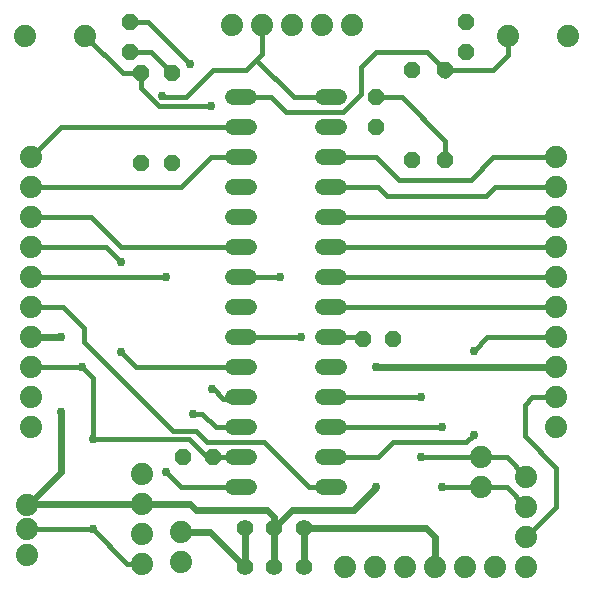
<source format=gbr>
G04 EAGLE Gerber RS-274X export*
G75*
%MOMM*%
%FSLAX34Y34*%
%LPD*%
%INTop Copper*%
%IPPOS*%
%AMOC8*
5,1,8,0,0,1.08239X$1,22.5*%
G01*
%ADD10P,1.429621X8X292.500000*%
%ADD11P,1.429621X8X22.500000*%
%ADD12P,1.429621X8X202.500000*%
%ADD13P,1.429621X8X112.500000*%
%ADD14C,1.320800*%
%ADD15C,1.879600*%
%ADD16C,1.408000*%
%ADD17C,0.609600*%
%ADD18C,0.406400*%
%ADD19C,0.756400*%


D10*
X317500Y419100D03*
X317500Y393700D03*
D11*
X306070Y214630D03*
X331470Y214630D03*
D12*
X179070Y114300D03*
X153670Y114300D03*
D10*
X393700Y482600D03*
X393700Y457200D03*
X109220Y482600D03*
X109220Y457200D03*
D13*
X347980Y365760D03*
X347980Y441960D03*
X144780Y363220D03*
X144780Y439420D03*
D10*
X375920Y441960D03*
X375920Y365760D03*
X118110Y439420D03*
X118110Y363220D03*
D14*
X196596Y419100D02*
X209804Y419100D01*
X209804Y393700D02*
X196596Y393700D01*
X196596Y368300D02*
X209804Y368300D01*
X209804Y342900D02*
X196596Y342900D01*
X196596Y317500D02*
X209804Y317500D01*
X209804Y292100D02*
X196596Y292100D01*
X196596Y266700D02*
X209804Y266700D01*
X209804Y241300D02*
X196596Y241300D01*
X196596Y215900D02*
X209804Y215900D01*
X209804Y190500D02*
X196596Y190500D01*
X196596Y165100D02*
X209804Y165100D01*
X209804Y139700D02*
X196596Y139700D01*
X196596Y114300D02*
X209804Y114300D01*
X209804Y88900D02*
X196596Y88900D01*
X272796Y88900D02*
X286004Y88900D01*
X286004Y114300D02*
X272796Y114300D01*
X272796Y139700D02*
X286004Y139700D01*
X286004Y165100D02*
X272796Y165100D01*
X272796Y190500D02*
X286004Y190500D01*
X286004Y215900D02*
X272796Y215900D01*
X272796Y241300D02*
X286004Y241300D01*
X286004Y266700D02*
X272796Y266700D01*
X272796Y292100D02*
X286004Y292100D01*
X286004Y317500D02*
X272796Y317500D01*
X272796Y342900D02*
X286004Y342900D01*
X286004Y368300D02*
X272796Y368300D01*
X272796Y393700D02*
X286004Y393700D01*
X286004Y419100D02*
X272796Y419100D01*
D15*
X406400Y114300D03*
X406400Y88900D03*
X469900Y368300D03*
X469900Y342900D03*
X469900Y317500D03*
X469900Y292100D03*
X469900Y266700D03*
X469900Y241300D03*
X469900Y215900D03*
X469900Y190500D03*
X469900Y165100D03*
X469900Y139700D03*
X25400Y241300D03*
X25400Y215900D03*
X25400Y190500D03*
X25400Y165100D03*
X25400Y139700D03*
X25400Y368300D03*
X25400Y342900D03*
X25400Y317500D03*
X25400Y292100D03*
X25400Y266700D03*
X21590Y73660D03*
X21590Y53340D03*
X21590Y31750D03*
X152400Y25400D03*
X152400Y50800D03*
D16*
X206140Y54600D03*
X231140Y54600D03*
X256140Y54600D03*
X256140Y21600D03*
X231140Y21600D03*
X206140Y21600D03*
D15*
X119380Y24130D03*
X119380Y49530D03*
X119380Y74930D03*
X119380Y100330D03*
X417830Y21590D03*
X392430Y21590D03*
X367030Y21590D03*
X341630Y21590D03*
X316230Y21590D03*
X290830Y21590D03*
X195580Y480060D03*
X220980Y480060D03*
X246380Y480060D03*
X271780Y480060D03*
X297180Y480060D03*
X444500Y21590D03*
X444500Y46990D03*
X444500Y72390D03*
X444500Y97790D03*
X429260Y471170D03*
X480060Y471170D03*
X71120Y471170D03*
X20320Y471170D03*
D17*
X206140Y54600D02*
X206140Y21600D01*
X176940Y50800D01*
X152400Y50800D01*
D18*
X179070Y114300D02*
X203200Y114300D01*
X375920Y382270D02*
X339090Y419100D01*
X375920Y382270D02*
X375920Y365760D01*
X339090Y419100D02*
X317500Y419100D01*
X469900Y72390D02*
X444500Y46990D01*
X443230Y158750D02*
X449580Y165100D01*
X469900Y165100D01*
X469900Y105410D02*
X469900Y72390D01*
X469900Y105410D02*
X443230Y132080D01*
X443230Y158750D01*
X106680Y24130D02*
X77470Y53340D01*
D19*
X77470Y53340D03*
X77470Y129540D03*
D18*
X106680Y24130D02*
X119380Y24130D01*
X77470Y129540D02*
X77470Y181610D01*
X77470Y53340D02*
X21590Y53340D01*
X77470Y129540D02*
X158750Y129540D01*
X173990Y114300D02*
X179070Y114300D01*
X173990Y114300D02*
X158750Y129540D01*
X77470Y181610D02*
X68580Y190500D01*
D19*
X68580Y190500D03*
D18*
X25400Y190500D01*
X220980Y455930D02*
X220980Y480060D01*
X179070Y441960D02*
X156210Y419100D01*
X137160Y419100D01*
X135890Y420370D01*
X215900Y450850D02*
X220980Y455930D01*
X215900Y450850D02*
X207010Y441960D01*
X179070Y441960D01*
D19*
X135890Y420370D03*
D18*
X247650Y419100D02*
X279400Y419100D01*
X247650Y419100D02*
X215900Y450850D01*
D17*
X256140Y54600D02*
X256140Y21600D01*
X367030Y21590D02*
X367030Y46990D01*
X359410Y54610D01*
X256150Y54610D02*
X256140Y54600D01*
X256150Y54610D02*
X359410Y54610D01*
D18*
X127000Y457200D02*
X109220Y457200D01*
X127000Y457200D02*
X144780Y439420D01*
X279400Y215900D02*
X304800Y215900D01*
X306070Y214630D01*
X429260Y454660D02*
X429260Y471170D01*
X429260Y454660D02*
X416560Y441960D01*
X375920Y441960D01*
X228600Y419100D02*
X203200Y419100D01*
X304800Y444500D02*
X317500Y457200D01*
X360680Y457200D02*
X375920Y441960D01*
X360680Y457200D02*
X317500Y457200D01*
X241300Y406400D02*
X228600Y419100D01*
X375920Y436880D02*
X375920Y441960D01*
X289560Y406400D02*
X241300Y406400D01*
X289560Y406400D02*
X304800Y421640D01*
X304800Y444500D01*
X203200Y139700D02*
X181610Y139700D01*
X170180Y151130D01*
X162560Y151130D01*
D19*
X162560Y151130D03*
X160020Y447040D03*
D18*
X124460Y482600D01*
X109220Y482600D01*
X71120Y471170D02*
X102870Y439420D01*
X118110Y439420D01*
X203200Y165100D02*
X201930Y163830D01*
X187960Y163830D01*
X179070Y172720D01*
X178435Y172085D01*
D19*
X178435Y172085D03*
X177800Y411480D03*
D18*
X133350Y411480D01*
X118110Y426720D01*
X118110Y439420D01*
X279400Y139700D02*
X373380Y139700D01*
D19*
X373380Y139700D03*
X373380Y88900D03*
D18*
X406400Y88900D01*
X427990Y88900D01*
X444500Y72390D01*
X355600Y165100D02*
X279400Y165100D01*
D19*
X355600Y165100D03*
X355600Y114300D03*
D18*
X406400Y114300D01*
X427990Y114300D01*
X444500Y97790D01*
X236220Y266700D02*
X203200Y266700D01*
D19*
X236220Y266700D03*
D18*
X254000Y215900D02*
X203200Y215900D01*
D19*
X254000Y215900D03*
D18*
X203200Y393700D02*
X50800Y393700D01*
X25400Y368300D01*
X177800Y368300D02*
X203200Y368300D01*
X152400Y342900D02*
X25400Y342900D01*
X152400Y342900D02*
X177800Y368300D01*
X331470Y127000D02*
X318770Y114300D01*
X331470Y127000D02*
X393700Y127000D01*
X400050Y133350D01*
X400050Y204470D02*
X411480Y215900D01*
X469900Y215900D01*
X318770Y114300D02*
X279400Y114300D01*
D19*
X400050Y133350D03*
X400050Y204470D03*
D18*
X69850Y212090D02*
X69850Y223520D01*
X52070Y241300D01*
X260350Y88900D02*
X279400Y88900D01*
X260350Y88900D02*
X222250Y127000D01*
X52070Y241300D02*
X25400Y241300D01*
X69850Y212090D02*
X145542Y136398D01*
X164875Y136398D01*
X174273Y127000D01*
X222250Y127000D01*
X203200Y88900D02*
X152400Y88900D01*
X139700Y101600D01*
D19*
X139700Y101600D03*
X139700Y266700D03*
D18*
X25400Y266700D01*
X279400Y368300D02*
X317500Y368300D01*
X336550Y349250D01*
X397510Y349250D02*
X416560Y368300D01*
X469900Y368300D01*
X397510Y349250D02*
X336550Y349250D01*
X326390Y335280D02*
X318770Y342900D01*
X410210Y335280D02*
X417830Y342900D01*
X469900Y342900D01*
X318770Y342900D02*
X279400Y342900D01*
X326390Y335280D02*
X410210Y335280D01*
X469900Y317500D02*
X279400Y317500D01*
X279400Y292100D02*
X469900Y292100D01*
X469900Y266700D02*
X279400Y266700D01*
X279400Y241300D02*
X469900Y241300D01*
X88900Y292100D02*
X25400Y292100D01*
X101600Y203200D02*
X114300Y190500D01*
X203200Y190500D01*
X101600Y279400D02*
X88900Y292100D01*
D19*
X101600Y279400D03*
X101600Y203200D03*
D17*
X231140Y54600D02*
X231140Y21600D01*
X127000Y74930D02*
X119380Y74930D01*
X127000Y74930D02*
X160020Y74930D01*
X224790Y69850D02*
X231140Y63500D01*
X231140Y54600D01*
X165100Y69850D02*
X160020Y74930D01*
X165100Y69850D02*
X224790Y69850D01*
X231140Y54600D02*
X246390Y69850D01*
X298450Y69850D01*
X317500Y88900D01*
D19*
X317500Y88900D03*
X317500Y190500D03*
D17*
X469900Y190500D01*
X50800Y215900D02*
X25400Y215900D01*
D19*
X50800Y215900D03*
X50800Y152400D03*
D17*
X50800Y101600D01*
X22860Y73660D01*
X21590Y73660D01*
X22860Y74930D02*
X119380Y74930D01*
X22860Y74930D02*
X21590Y73660D01*
D18*
X101600Y292100D02*
X203200Y292100D01*
X101600Y292100D02*
X76200Y317500D01*
X25400Y317500D01*
M02*

</source>
